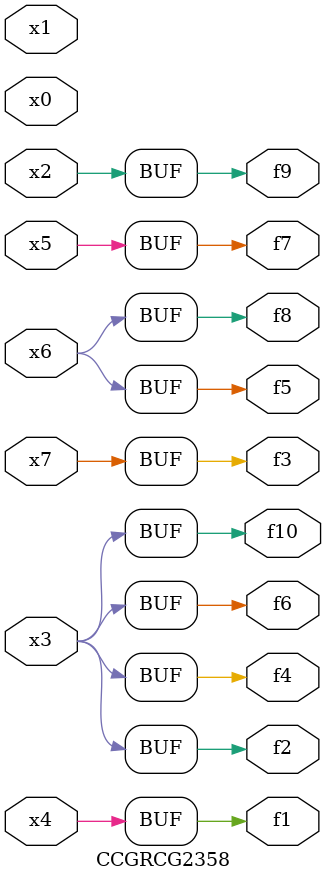
<source format=v>
module CCGRCG2358(
	input x0, x1, x2, x3, x4, x5, x6, x7,
	output f1, f2, f3, f4, f5, f6, f7, f8, f9, f10
);
	assign f1 = x4;
	assign f2 = x3;
	assign f3 = x7;
	assign f4 = x3;
	assign f5 = x6;
	assign f6 = x3;
	assign f7 = x5;
	assign f8 = x6;
	assign f9 = x2;
	assign f10 = x3;
endmodule

</source>
